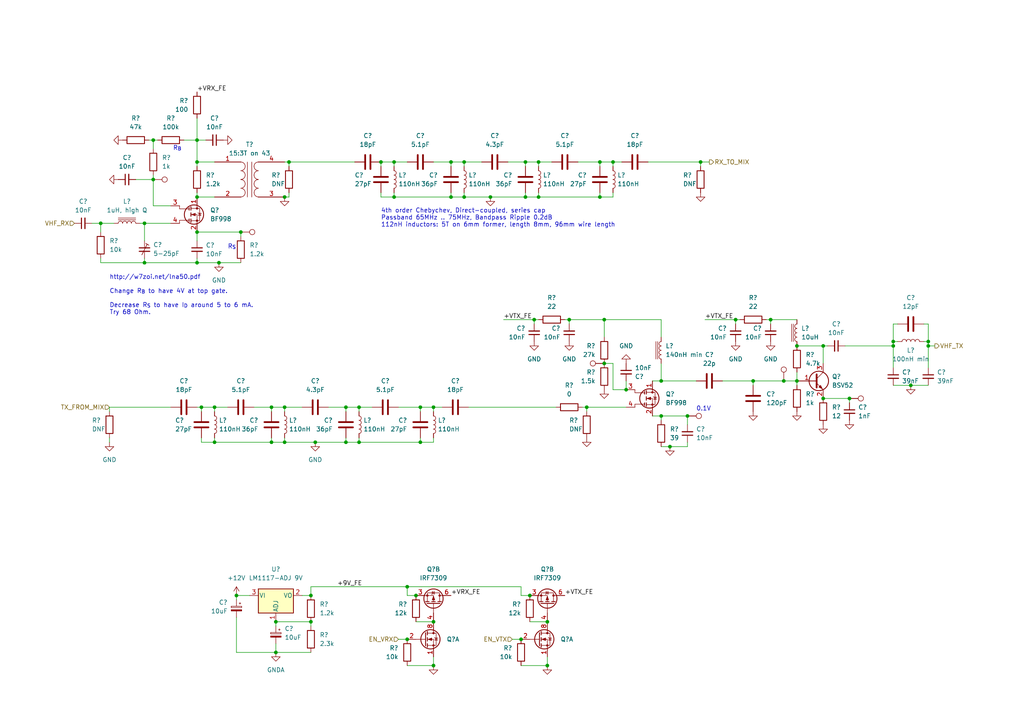
<source format=kicad_sch>
(kicad_sch (version 20211123) (generator eeschema)
  (paper "A4")
  (title_block (title "DART-70 TRX") (date "2023-01-22") (rev "0") (company "HB9EGM") (comment 1 "A 4m Band SSB/CW Transceiver"))
  (lib_symbols
    (symbol "Connector:TestPoint" (pin_numbers hide) (pin_names (offset 0.762) hide)
      (property "Reference" "TP" (at 0 6.858 0))
      (property "Value" "TestPoint" (at 0 5.08 0))
      (symbol "TestPoint_1_1"
        (pin passive line (at 0 0 90) (length 2.54) (name "1") (number "1"))
      )
    )
    (symbol "Device:C" (pin_numbers hide) (pin_names (offset 0.254))
      (property "Reference" "C" (at 0.635 2.54 0))
      (property "Value" "C" (at 0.635 -2.54 0))
      (symbol "C_1_1"
        (pin passive line (at 0 3.81 270) (length 2.794) (name "~") (number "1"))
        (pin passive line (at 0 -3.81 90) (length 2.794) (name "~") (number "2"))
      )
    )
    (symbol "Device:C_Polarized_Small" (pin_numbers hide) (pin_names (offset 0.254) hide)
      (property "Reference" "C" (at 0.254 1.778 0))
      (property "Value" "C_Polarized_Small" (at 0.254 -2.032 0))
      (symbol "C_Polarized_Small_1_1"
        (pin passive line (at 0 2.54 270) (length 1.8542) (name "~") (number "1"))
        (pin passive line (at 0 -2.54 90) (length 1.8542) (name "~") (number "2"))
      )
    )
    (symbol "Device:C_Small" (pin_numbers hide) (pin_names (offset 0.254) hide)
      (property "Reference" "C" (at 0.254 1.778 0))
      (property "Value" "C_Small" (at 0.254 -2.032 0))
      (symbol "C_Small_1_1"
        (pin passive line (at 0 2.54 270) (length 2.032) (name "~") (number "1"))
        (pin passive line (at 0 -2.54 90) (length 2.032) (name "~") (number "2"))
      )
    )
    (symbol "Device:C_Trim_Small" (pin_numbers hide) (pin_names (offset 0.254) hide)
      (property "Reference" "C" (at 1.524 -2.032 0))
      (property "Value" "C_Trim_Small" (at 3.048 -3.556 0))
      (symbol "C_Trim_Small_1_1"
        (pin passive line (at 0 2.54 270) (length 2.032) (name "~") (number "1"))
        (pin passive line (at 0 -2.54 90) (length 2.032) (name "~") (number "2"))
      )
    )
    (symbol "Device:L" (pin_numbers hide) (pin_names (offset 1.016) hide)
      (property "Reference" "L" (at -1.27 0 90))
      (property "Value" "L" (at 1.905 0 90))
      (symbol "L_1_1"
        (pin passive line (at 0 3.81 270) (length 1.27) (name "1") (number "1"))
        (pin passive line (at 0 -3.81 90) (length 1.27) (name "2") (number "2"))
      )
    )
    (symbol "Device:L_Iron" (pin_numbers hide) (pin_names (offset 1.016) hide)
      (property "Reference" "L" (at -1.27 0 90))
      (property "Value" "L_Iron" (at 2.794 0 90))
      (symbol "L_Iron_1_1"
        (pin passive line (at 0 3.81 270) (length 1.27) (name "1") (number "1"))
        (pin passive line (at 0 -3.81 90) (length 1.27) (name "2") (number "2"))
      )
    )
    (symbol "Device:R" (pin_numbers hide) (pin_names (offset 0))
      (property "Reference" "R" (at 2.032 0 90))
      (property "Value" "R" (at 0 0 90))
      (symbol "R_1_1"
        (pin passive line (at 0 3.81 270) (length 1.27) (name "~") (number "1"))
        (pin passive line (at 0 -3.81 90) (length 1.27) (name "~") (number "2"))
      )
    )
    (symbol "Device:Transformer_1P_1S" (pin_names (offset 1.016) hide)
      (property "Reference" "T" (at 0 6.35 0))
      (property "Value" "Transformer_1P_1S" (at 0 -7.62 0))
      (symbol "Transformer_1P_1S_1_1"
        (pin passive line (at -10.16 5.08 0) (length 7.62) (name "AA") (number "1"))
        (pin passive line (at -10.16 -5.08 0) (length 7.62) (name "AB") (number "2"))
        (pin passive line (at 10.16 -5.08 180) (length 7.62) (name "SA") (number "3"))
        (pin passive line (at 10.16 5.08 180) (length 7.62) (name "SB") (number "4"))
      )
    )
    (symbol "Regulator_Linear:LM1117-ADJ" (pin_names (offset 0.254))
      (property "Reference" "U" (at -3.81 3.175 0))
      (property "Value" "LM1117-ADJ" (at 0 3.175 0))
      (symbol "LM1117-ADJ_1_1"
        (pin input line (at 0 -7.62 90) (length 2.54) (name "ADJ") (number "1"))
        (pin power_out line (at 7.62 0 180) (length 2.54) (name "VO") (number "2"))
        (pin power_in line (at -7.62 0 0) (length 2.54) (name "VI") (number "3"))
      )
    )
    (symbol "Transistor_BJT:MMBT3904" (pin_names (offset 0) hide)
      (property "Reference" "Q" (at 5.08 1.905 0))
      (property "Value" "MMBT3904" (at 5.08 0 0))
      (symbol "MMBT3904_1_1"
        (pin input line (at -5.08 0 0) (length 5.715) (name "B") (number "1"))
        (pin passive line (at 2.54 -5.08 90) (length 2.54) (name "E") (number "2"))
        (pin passive line (at 2.54 5.08 270) (length 2.54) (name "C") (number "3"))
      )
    )
    (symbol "Transistor_FET:IRF7309IPBF" (pin_names hide)
      (property "Reference" "Q" (at 5.08 1.905 0))
      (property "Value" "IRF7309IPBF" (at 5.08 0 0))
      (symbol "IRF7309IPBF_1_1"
        (pin passive line (at 2.54 -5.08 90) (length 2.54) (name "S") (number "1"))
        (pin input line (at -5.08 0 0) (length 2.54) (name "G") (number "2"))
        (pin passive line (at 2.54 5.08 270) (length 2.54) hide (name "D") (number "7"))
        (pin passive line (at 2.54 5.08 270) (length 2.54) (name "D") (number "8"))
      )
      (symbol "IRF7309IPBF_2_1"
        (pin passive line (at 2.54 -5.08 90) (length 2.54) (name "1") (number "3"))
        (pin input line (at -5.08 0 0) (length 2.54) (name "G") (number "4"))
        (pin passive line (at 2.54 5.08 270) (length 2.54) hide (name "D") (number "5"))
        (pin passive line (at 2.54 5.08 270) (length 2.54) (name "D") (number "6"))
      )
    )
    (symbol "mpb:BF998" (pin_names hide)
      (property "Reference" "Q?" (at 6.35 1.2701 0))
      (property "Value" "BF998" (at 6.35 -1.2699 0))
      (symbol "BF998_1_1"
        (pin passive line (at 2.54 5.08 270) (length 2.54) (name "D") (number "1"))
        (pin passive line (at 2.54 -5.08 90) (length 2.54) (name "S") (number "2"))
        (pin passive line (at -5.08 2.54 0) (length 2.54) (name "G1") (number "3"))
        (pin passive line (at -5.08 -2.54 0) (length 2.54) (name "G2") (number "4"))
      )
    )
    (symbol "power:+12V" (power) (pin_names (offset 0))
      (property "Value" "+12V" (at 0 3.556 0))
      (symbol "+12V_1_1"
        (pin power_in line (at 0 0 90) (length 0) hide (name "+12V") (number "1"))
      )
    )
    (symbol "power:GND" (power) (pin_names (offset 0))
      (property "Value" "GND" (at 0 -3.81 0))
      (symbol "GND_1_1"
        (pin power_in line (at 0 0 270) (length 0) hide (name "GND") (number "1"))
      )
    )
    (symbol "power:GNDA" (power) (pin_names (offset 0))
      (property "Value" "GNDA" (at 0 -3.81 0))
      (symbol "GNDA_1_1"
        (pin power_in line (at 0 0 270) (length 0) hide (name "GNDA") (number "1"))
      )
    )
  )
  (junction (at 259.08 99.06))
  (junction (at 90.17 172.72))
  (junction (at 264.16 111.76))
  (junction (at 121.92 128.27))
  (junction (at 191.77 110.49))
  (junction (at 104.14 118.11))
  (junction (at 120.65 172.72))
  (junction (at 154.94 92.71))
  (junction (at 173.99 57.15))
  (junction (at 80.01 180.34))
  (junction (at 181.61 113.03))
  (junction (at 269.24 99.06))
  (junction (at 134.62 46.99))
  (junction (at 114.3 46.99))
  (junction (at 44.45 40.64))
  (junction (at 156.21 46.99))
  (junction (at 69.85 67.31))
  (junction (at 142.24 57.15))
  (junction (at 130.81 46.99))
  (junction (at 63.5 76.2))
  (junction (at 57.15 76.2))
  (junction (at 57.15 46.99))
  (junction (at 191.77 120.65))
  (junction (at 203.2 46.99))
  (junction (at 78.74 128.27))
  (junction (at 62.23 128.27))
  (junction (at 118.11 185.42))
  (junction (at 238.76 115.57))
  (junction (at 57.15 67.31))
  (junction (at 259.08 100.33))
  (junction (at 152.4 57.15))
  (junction (at 82.55 128.27))
  (junction (at 41.91 64.77))
  (junction (at 151.13 185.42))
  (junction (at 199.39 120.65))
  (junction (at 246.38 115.57))
  (junction (at 227.33 110.49))
  (junction (at 90.17 180.34))
  (junction (at 173.99 46.99))
  (junction (at 213.36 92.71))
  (junction (at 125.73 193.04))
  (junction (at 100.33 118.11))
  (junction (at 165.1 92.71))
  (junction (at 269.24 100.33))
  (junction (at 29.21 64.77))
  (junction (at 82.55 118.11))
  (junction (at 170.18 118.11))
  (junction (at 78.74 118.11))
  (junction (at 100.33 128.27))
  (junction (at 91.44 128.27))
  (junction (at 231.14 110.49))
  (junction (at 218.44 110.49))
  (junction (at 44.45 52.07))
  (junction (at 57.15 57.15))
  (junction (at 134.62 57.15))
  (junction (at 152.4 46.99))
  (junction (at 231.14 100.33))
  (junction (at 223.52 92.71))
  (junction (at 80.01 189.23))
  (junction (at 177.8 46.99))
  (junction (at 130.81 57.15))
  (junction (at 175.26 92.71))
  (junction (at 125.73 118.11))
  (junction (at 41.91 76.2))
  (junction (at 194.31 129.54))
  (junction (at 114.3 57.15))
  (junction (at 156.21 57.15))
  (junction (at 82.55 57.15))
  (junction (at 83.82 46.99))
  (junction (at 68.58 172.72))
  (junction (at 110.49 46.99))
  (junction (at 118.11 170.18))
  (junction (at 57.15 40.64))
  (junction (at 125.73 180.34))
  (junction (at 121.92 118.11))
  (junction (at 158.75 180.34))
  (junction (at 238.76 100.33))
  (junction (at 62.23 118.11))
  (junction (at 158.75 193.04))
  (junction (at 104.14 128.27))
  (junction (at 58.42 118.11))
  (junction (at 153.67 172.72))
  (junction (at 175.26 105.41))
  (wire (pts (xy 114.3 46.99) (xy 114.3 48.26)))
  (wire (pts (xy 62.23 57.15) (xy 57.15 57.15)))
  (wire (pts (xy 152.4 57.15) (xy 152.4 55.88)))
  (wire (pts (xy 121.92 119.38) (xy 121.92 118.11)))
  (wire (pts (xy 151.13 170.18) (xy 151.13 172.72)))
  (wire (pts (xy 125.73 128.27) (xy 125.73 127)))
  (wire (pts (xy 213.36 93.98) (xy 213.36 92.71)))
  (wire (pts (xy 31.75 127) (xy 31.75 128.27)))
  (wire (pts (xy 154.94 93.98) (xy 154.94 92.71)))
  (wire (pts (xy 58.42 119.38) (xy 58.42 118.11)))
  (wire (pts (xy 68.58 172.72) (xy 68.58 173.99)))
  (wire (pts (xy 238.76 100.33) (xy 240.03 100.33)))
  (wire (pts (xy 246.38 115.57) (xy 238.76 115.57)))
  (wire (pts (xy 72.39 172.72) (xy 68.58 172.72)))
  (wire (pts (xy 82.55 119.38) (xy 82.55 118.11)))
  (wire (pts (xy 218.44 110.49) (xy 218.44 111.76)))
  (wire (pts (xy 259.08 99.06) (xy 259.08 100.33)))
  (wire (pts (xy 57.15 118.11) (xy 58.42 118.11)))
  (wire (pts (xy 31.75 118.11) (xy 49.53 118.11)))
  (wire (pts (xy 63.5 76.2) (xy 57.15 76.2)))
  (wire (pts (xy 156.21 57.15) (xy 173.99 57.15)))
  (wire (pts (xy 125.73 193.04) (xy 118.11 193.04)))
  (wire (pts (xy 118.11 172.72) (xy 120.65 172.72)))
  (wire (pts (xy 246.38 116.84) (xy 246.38 115.57)))
  (wire (pts (xy 68.58 189.23) (xy 80.01 189.23)))
  (wire (pts (xy 177.8 105.41) (xy 177.8 113.03)))
  (wire (pts (xy 82.55 128.27) (xy 82.55 127)))
  (wire (pts (xy 40.64 64.77) (xy 41.91 64.77)))
  (wire (pts (xy 152.4 46.99) (xy 156.21 46.99)))
  (wire (pts (xy 259.08 93.98) (xy 260.35 93.98)))
  (wire (pts (xy 57.15 57.15) (xy 57.15 55.88)))
  (wire (pts (xy 130.81 57.15) (xy 130.81 55.88)))
  (wire (pts (xy 125.73 46.99) (xy 130.81 46.99)))
  (wire (pts (xy 259.08 99.06) (xy 260.35 99.06)))
  (wire (pts (xy 191.77 120.65) (xy 189.23 120.65)))
  (wire (pts (xy 173.99 57.15) (xy 173.99 55.88)))
  (wire (pts (xy 90.17 170.18) (xy 90.17 172.72)))
  (wire (pts (xy 31.75 119.38) (xy 31.75 118.11)))
  (wire (pts (xy 104.14 128.27) (xy 104.14 127)))
  (wire (pts (xy 231.14 107.95) (xy 231.14 110.49)))
  (wire (pts (xy 269.24 99.06) (xy 267.97 99.06)))
  (wire (pts (xy 57.15 67.31) (xy 57.15 69.85)))
  (wire (pts (xy 173.99 46.99) (xy 177.8 46.99)))
  (wire (pts (xy 177.8 113.03) (xy 181.61 113.03)))
  (wire (pts (xy 83.82 55.88) (xy 83.82 57.15)))
  (wire (pts (xy 115.57 185.42) (xy 118.11 185.42)))
  (wire (pts (xy 175.26 92.71) (xy 191.77 92.71)))
  (wire (pts (xy 100.33 128.27) (xy 100.33 127)))
  (wire (pts (xy 82.55 128.27) (xy 78.74 128.27)))
  (wire (pts (xy 114.3 46.99) (xy 118.11 46.99)))
  (wire (pts (xy 142.24 57.15) (xy 152.4 57.15)))
  (wire (pts (xy 58.42 118.11) (xy 62.23 118.11)))
  (wire (pts (xy 29.21 76.2) (xy 41.91 76.2)))
  (wire (pts (xy 43.18 40.64) (xy 44.45 40.64)))
  (wire (pts (xy 118.11 170.18) (xy 90.17 170.18)))
  (wire (pts (xy 191.77 110.49) (xy 201.93 110.49)))
  (wire (pts (xy 73.66 118.11) (xy 78.74 118.11)))
  (wire (pts (xy 78.74 118.11) (xy 82.55 118.11)))
  (wire (pts (xy 121.92 118.11) (xy 125.73 118.11)))
  (wire (pts (xy 114.3 57.15) (xy 130.81 57.15)))
  (wire (pts (xy 269.24 99.06) (xy 269.24 100.33)))
  (wire (pts (xy 118.11 170.18) (xy 118.11 172.72)))
  (wire (pts (xy 134.62 48.26) (xy 134.62 46.99)))
  (wire (pts (xy 199.39 128.27) (xy 199.39 129.54)))
  (wire (pts (xy 199.39 129.54) (xy 194.31 129.54)))
  (wire (pts (xy 167.64 46.99) (xy 173.99 46.99)))
  (wire (pts (xy 269.24 93.98) (xy 269.24 99.06)))
  (wire (pts (xy 173.99 48.26) (xy 173.99 46.99)))
  (wire (pts (xy 213.36 92.71) (xy 214.63 92.71)))
  (wire (pts (xy 222.25 92.71) (xy 223.52 92.71)))
  (wire (pts (xy 78.74 128.27) (xy 78.74 127)))
  (wire (pts (xy 115.57 118.11) (xy 121.92 118.11)))
  (wire (pts (xy 173.99 57.15) (xy 177.8 57.15)))
  (wire (pts (xy 41.91 76.2) (xy 57.15 76.2)))
  (wire (pts (xy 269.24 93.98) (xy 267.97 93.98)))
  (wire (pts (xy 57.15 76.2) (xy 57.15 74.93)))
  (wire (pts (xy 57.15 40.64) (xy 57.15 34.29)))
  (wire (pts (xy 83.82 57.15) (xy 82.55 57.15)))
  (wire (pts (xy 203.2 46.99) (xy 205.74 46.99)))
  (wire (pts (xy 57.15 48.26) (xy 57.15 46.99)))
  (wire (pts (xy 154.94 92.71) (xy 156.21 92.71)))
  (wire (pts (xy 191.77 129.54) (xy 194.31 129.54)))
  (wire (pts (xy 134.62 57.15) (xy 130.81 57.15)))
  (wire (pts (xy 100.33 119.38) (xy 100.33 118.11)))
  (wire (pts (xy 156.21 46.99) (xy 160.02 46.99)))
  (wire (pts (xy 80.01 186.69) (xy 80.01 189.23)))
  (wire (pts (xy 130.81 48.26) (xy 130.81 46.99)))
  (wire (pts (xy 58.42 128.27) (xy 58.42 127)))
  (wire (pts (xy 135.89 118.11) (xy 161.29 118.11)))
  (wire (pts (xy 62.23 46.99) (xy 57.15 46.99)))
  (wire (pts (xy 104.14 119.38) (xy 104.14 118.11)))
  (wire (pts (xy 82.55 46.99) (xy 83.82 46.99)))
  (wire (pts (xy 58.42 128.27) (xy 62.23 128.27)))
  (wire (pts (xy 165.1 93.98) (xy 165.1 92.71)))
  (wire (pts (xy 83.82 46.99) (xy 102.87 46.99)))
  (wire (pts (xy 130.81 46.99) (xy 134.62 46.99)))
  (wire (pts (xy 153.67 180.34) (xy 158.75 180.34)))
  (wire (pts (xy 69.85 76.2) (xy 63.5 76.2)))
  (wire (pts (xy 62.23 118.11) (xy 62.23 119.38)))
  (wire (pts (xy 44.45 40.64) (xy 44.45 43.18)))
  (wire (pts (xy 69.85 68.58) (xy 69.85 67.31)))
  (wire (pts (xy 134.62 46.99) (xy 139.7 46.99)))
  (wire (pts (xy 125.73 119.38) (xy 125.73 118.11)))
  (wire (pts (xy 29.21 74.93) (xy 29.21 76.2)))
  (wire (pts (xy 62.23 128.27) (xy 62.23 127)))
  (wire (pts (xy 151.13 172.72) (xy 153.67 172.72)))
  (wire (pts (xy 110.49 57.15) (xy 114.3 57.15)))
  (wire (pts (xy 177.8 48.26) (xy 177.8 46.99)))
  (wire (pts (xy 83.82 48.26) (xy 83.82 46.99)))
  (wire (pts (xy 110.49 46.99) (xy 114.3 46.99)))
  (wire (pts (xy 203.2 48.26) (xy 203.2 46.99)))
  (wire (pts (xy 156.21 48.26) (xy 156.21 46.99)))
  (wire (pts (xy 104.14 128.27) (xy 121.92 128.27)))
  (wire (pts (xy 41.91 64.77) (xy 49.53 64.77)))
  (wire (pts (xy 223.52 93.98) (xy 223.52 92.71)))
  (wire (pts (xy 269.24 100.33) (xy 271.145 100.33)))
  (wire (pts (xy 87.63 172.72) (xy 90.17 172.72)))
  (wire (pts (xy 110.49 48.26) (xy 110.49 46.99)))
  (wire (pts (xy 41.91 69.85) (xy 41.91 64.77)))
  (wire (pts (xy 191.77 120.65) (xy 191.77 121.92)))
  (wire (pts (xy 90.17 180.34) (xy 90.17 181.61)))
  (wire (pts (xy 134.62 57.15) (xy 142.24 57.15)))
  (wire (pts (xy 39.37 52.07) (xy 44.45 52.07)))
  (wire (pts (xy 269.24 100.33) (xy 269.24 106.68)))
  (wire (pts (xy 177.8 46.99) (xy 180.34 46.99)))
  (wire (pts (xy 29.21 67.31) (xy 29.21 64.77)))
  (wire (pts (xy 62.23 118.11) (xy 66.04 118.11)))
  (wire (pts (xy 165.1 92.71) (xy 175.26 92.71)))
  (wire (pts (xy 91.44 128.27) (xy 100.33 128.27)))
  (wire (pts (xy 148.59 185.42) (xy 151.13 185.42)))
  (wire (pts (xy 168.91 118.11) (xy 170.18 118.11)))
  (wire (pts (xy 44.45 50.8) (xy 44.45 52.07)))
  (wire (pts (xy 177.8 57.15) (xy 177.8 55.88)))
  (wire (pts (xy 121.92 128.27) (xy 125.73 128.27)))
  (wire (pts (xy 100.33 118.11) (xy 104.14 118.11)))
  (wire (pts (xy 45.72 40.64) (xy 44.45 40.64)))
  (wire (pts (xy 238.76 105.41) (xy 238.76 100.33)))
  (wire (pts (xy 158.75 190.5) (xy 158.75 193.04)))
  (wire (pts (xy 95.25 118.11) (xy 100.33 118.11)))
  (wire (pts (xy 175.26 97.79) (xy 175.26 92.71)))
  (wire (pts (xy 134.62 57.15) (xy 134.62 55.88)))
  (wire (pts (xy 259.08 93.98) (xy 259.08 99.06)))
  (wire (pts (xy 209.55 110.49) (xy 218.44 110.49)))
  (wire (pts (xy 152.4 48.26) (xy 152.4 46.99)))
  (wire (pts (xy 264.16 111.76) (xy 269.24 111.76)))
  (wire (pts (xy 80.01 180.34) (xy 80.01 181.61)))
  (wire (pts (xy 191.77 97.79) (xy 191.77 92.71)))
  (wire (pts (xy 120.65 180.34) (xy 125.73 180.34)))
  (wire (pts (xy 231.14 110.49) (xy 231.14 111.76)))
  (wire (pts (xy 104.14 118.11) (xy 107.95 118.11)))
  (wire (pts (xy 170.18 119.38) (xy 170.18 118.11)))
  (wire (pts (xy 121.92 128.27) (xy 121.92 127)))
  (wire (pts (xy 125.73 118.11) (xy 128.27 118.11)))
  (wire (pts (xy 82.55 118.11) (xy 87.63 118.11)))
  (wire (pts (xy 114.3 57.15) (xy 114.3 55.88)))
  (wire (pts (xy 227.33 110.49) (xy 231.14 110.49)))
  (wire (pts (xy 181.61 113.03) (xy 181.61 110.49)))
  (wire (pts (xy 69.85 67.31) (xy 57.15 67.31)))
  (wire (pts (xy 259.08 111.76) (xy 264.16 111.76)))
  (wire (pts (xy 68.58 179.07) (xy 68.58 189.23)))
  (wire (pts (xy 151.13 170.18) (xy 118.11 170.18)))
  (wire (pts (xy 147.32 46.99) (xy 152.4 46.99)))
  (wire (pts (xy 156.21 57.15) (xy 156.21 55.88)))
  (wire (pts (xy 245.11 100.33) (xy 259.08 100.33)))
  (wire (pts (xy 199.39 123.19) (xy 199.39 120.65)))
  (wire (pts (xy 191.77 105.41) (xy 191.77 110.49)))
  (wire (pts (xy 189.23 110.49) (xy 191.77 110.49)))
  (wire (pts (xy 218.44 110.49) (xy 227.33 110.49)))
  (wire (pts (xy 238.76 100.33) (xy 231.14 100.33)))
  (wire (pts (xy 78.74 119.38) (xy 78.74 118.11)))
  (wire (pts (xy 187.96 46.99) (xy 203.2 46.99)))
  (wire (pts (xy 175.26 105.41) (xy 177.8 105.41)))
  (wire (pts (xy 57.15 40.64) (xy 59.69 40.64)))
  (wire (pts (xy 53.34 40.64) (xy 57.15 40.64)))
  (wire (pts (xy 204.47 92.71) (xy 213.36 92.71)))
  (wire (pts (xy 110.49 57.15) (xy 110.49 55.88)))
  (wire (pts (xy 44.45 59.69) (xy 49.53 59.69)))
  (wire (pts (xy 163.83 92.71) (xy 165.1 92.71)))
  (wire (pts (xy 26.67 64.77) (xy 29.21 64.77)))
  (wire (pts (xy 158.75 193.04) (xy 151.13 193.04)))
  (wire (pts (xy 44.45 52.07) (xy 44.45 59.69)))
  (wire (pts (xy 152.4 57.15) (xy 156.21 57.15)))
  (wire (pts (xy 170.18 118.11) (xy 181.61 118.11)))
  (wire (pts (xy 41.91 74.93) (xy 41.91 76.2)))
  (wire (pts (xy 80.01 189.23) (xy 90.17 189.23)))
  (wire (pts (xy 100.33 128.27) (xy 104.14 128.27)))
  (wire (pts (xy 62.23 128.27) (xy 78.74 128.27)))
  (wire (pts (xy 29.21 64.77) (xy 33.02 64.77)))
  (wire (pts (xy 223.52 92.71) (xy 231.14 92.71)))
  (wire (pts (xy 57.15 46.99) (xy 57.15 40.64)))
  (wire (pts (xy 199.39 120.65) (xy 191.77 120.65)))
  (wire (pts (xy 80.01 180.34) (xy 90.17 180.34)))
  (wire (pts (xy 259.08 100.33) (xy 259.08 106.68)))
  (wire (pts (xy 146.05 92.71) (xy 154.94 92.71)))
  (wire (pts (xy 82.55 128.27) (xy 91.44 128.27)))
  (wire (pts (xy 125.73 190.5) (xy 125.73 193.04)))
  (text "R_{B}" (at 50.165 43.815 0) (effects (font (size 1.27 1.27)) (justify left bottom)))
  (text "R_{S}" (at 66.04 72.39 0) (effects (font (size 1.27 1.27)) (justify left bottom)))
  (text "TODO\nfind bias point for BSV52" (at 41.91 -8.89 0) (effects (font (size 3 3)) (justify left bottom)))
  (text "http://w7zoi.net/lna50.pdf\n\nChange R_{B} to have 4V at top gate.\n\nDecrease R_{S} to have I_{D} around 5 to 6 mA.\nTry 68 Ohm." (at 31.75 91.44 0) (effects (font (size 1.27 1.27)) (justify left bottom)))
  (text "4th order Chebychev, Direct-coupled, series cap\nPassband 65MHz .. 75MHz, Bandpass Ripple 0.2dB\n112nH inductors: 5T on 6mm former, length 8mm, 96mm wire length" (at 110.49 66.04 0) (effects (font (size 1.27 1.27)) (justify left bottom)))
  (text "0.1V" (at 201.93 119.38 0) (effects (font (size 1.27 1.27)) (justify left bottom)))
  (label "+VTX_FE" (at 163.83 172.72 0))
  (label "+VRX_FE" (at 57.15 26.67 0))
  (label "+VTX_FE" (at 146.05 92.71 0))
  (label "+VTX_FE" (at 204.47 92.71 0))
  (label "+VRX_FE" (at 130.81 172.72 0))
  (label "+9V_FE" (at 97.79 170.18 0))
  (hierarchical_label "EN_VTX" (shape input) (at 148.59 185.42 180))
  (hierarchical_label "VHF_RX" (shape input) (at 21.59 64.77 180))
  (hierarchical_label "EN_VRX" (shape input) (at 115.57 185.42 180))
  (hierarchical_label "VHF_TX" (shape output) (at 271.145 100.33 0))
  (hierarchical_label "TX_FROM_MIX" (shape input) (at 31.75 118.11 180))
  (hierarchical_label "RX_TO_MIX" (shape output) (at 205.74 46.99 0))
  (symbol (lib_id "Device:C_Small") (at 36.83 52.07 90) (unit 1)
    (property "Reference" "C?" (at 36.8363 45.72 90))
    (property "Value" "10nF" (at 36.8363 48.26 90))
  )
  (symbol (lib_id "Device:R") (at 90.17 185.42 0) (mirror y) (unit 1)
    (property "Reference" "R?" (at 92.71 184.1499 0) (effects (justify right)))
    (property "Value" "2.3k" (at 92.71 186.6899 0) (effects (justify right)))
    (property "Footprint" "Resistor_SMD:R_0603_1608Metric_Pad1.05x0.95mm_HandSolder" (effects hide))
  )
  (symbol (lib_id "Device:R") (at 231.14 104.14 0) (mirror y) (unit 1)
    (property "Reference" "R?" (at 233.68 102.8699 0) (effects (justify right)))
    (property "Value" "4.7k" (at 233.68 105.4099 0) (effects (justify right)))
  )
  (symbol (lib_id "Device:C_Small") (at 223.52 96.52 0) (mirror x) (unit 1)
    (property "Reference" "C?" (at 220.98 95.2435 0) (effects (justify right)))
    (property "Value" "10nF" (at 220.98 97.7835 0) (effects (justify right)))
  )
  (symbol (lib_id "Device:C_Small") (at 269.24 109.22 0) (mirror y) (unit 1)
    (property "Reference" "C?" (at 271.78 107.9562 0) (effects (justify right)))
    (property "Value" "39nF" (at 271.78 110.4962 0) (effects (justify right)))
  )
  (symbol (lib_id "Device:C") (at 106.68 46.99 90) (unit 1)
    (property "Reference" "C?" (at 106.68 39.37 90))
    (property "Value" "18pF" (at 106.68 41.91 90))
    (property "Footprint" "Capacitor_SMD:C_0603_1608Metric_Pad1.05x0.95mm_HandSolder" (effects hide))
    (property "MPN" "CBR" (effects hide))
    (property "Need_order" "0" (effects hide))
  )
  (symbol (lib_id "Connector:TestPoint") (at 199.39 120.65 270) (unit 1)
    (property "Reference" "TP?" (effects hide))
    (property "Value" "VG" (effects hide))
    (property "Footprint" "TestPoint:TestPoint_Pad_D2.0mm" (effects hide))
  )
  (symbol (lib_id "Device:C") (at 100.33 123.19 180) (unit 1)
    (property "Reference" "C?" (at 96.52 121.9199 0) (effects (justify left)))
    (property "Value" "36pF" (at 96.52 124.4599 0) (effects (justify left)))
    (property "Footprint" "Capacitor_SMD:C_0603_1608Metric_Pad1.05x0.95mm_HandSolder" (effects hide))
    (property "MPN" "CBR" (effects hide))
    (property "Need_order" "0" (effects hide))
  )
  (symbol (lib_id "Device:R") (at 118.11 189.23 180) (unit 1)
    (property "Reference" "R?" (at 115.57 187.9599 0) (effects (justify left)))
    (property "Value" "10k" (at 115.57 190.4999 0) (effects (justify left)))
    (property "Footprint" "Resistor_SMD:R_0603_1608Metric_Pad1.05x0.95mm_HandSolder" (effects hide))
  )
  (symbol (lib_id "Device:C") (at 205.74 110.49 90) (unit 1)
    (property "Reference" "C?" (at 205.74 102.87 90))
    (property "Value" "22p" (at 205.74 105.41 90))
    (property "Footprint" "Capacitor_SMD:C_0603_1608Metric_Pad1.05x0.95mm_HandSolder" (effects hide))
    (property "MPN" "CBR" (effects hide))
    (property "Need_order" "0" (effects hide))
  )
  (symbol (lib_id "power:GND") (at 154.94 99.06 0) (mirror y) (unit 1)
    (property "Reference" "#PWR?" (effects hide))
    (property "Value" "GND" (at 154.94 104.14 0))
  )
  (symbol (lib_id "power:GNDA") (at 158.75 193.04 0) (unit 1)
    (property "Reference" "#PWR?" (effects hide))
    (property "Value" "GNDA" (effects hide))
  )
  (symbol (lib_id "Device:C") (at 173.99 52.07 180) (unit 1)
    (property "Reference" "C?" (at 170.18 50.7999 0) (effects (justify left)))
    (property "Value" "27pF" (at 170.18 53.3399 0) (effects (justify left)))
    (property "Footprint" "Capacitor_SMD:C_0603_1608Metric_Pad1.05x0.95mm_HandSolder" (effects hide))
    (property "MPN" "CBR" (effects hide))
    (property "Need_order" "0" (effects hide))
  )
  (symbol (lib_id "power:GND") (at 238.76 123.19 0) (unit 1)
    (property "Reference" "#PWR?" (effects hide))
    (property "Value" "GND" (effects hide))
  )
  (symbol (lib_id "Device:R") (at 175.26 101.6 0) (mirror x) (unit 1)
    (property "Reference" "R?" (at 172.72 100.3299 0) (effects (justify right)))
    (property "Value" "27k" (at 172.72 102.8699 0) (effects (justify right)))
  )
  (symbol (lib_id "Device:R") (at 44.45 46.99 0) (unit 1)
    (property "Reference" "R?" (at 46.99 45.7199 0) (effects (justify left)))
    (property "Value" "1k" (at 46.99 48.2599 0) (effects (justify left)))
  )
  (symbol (lib_id "Connector:TestPoint") (at 227.33 110.49 0) (unit 1)
    (property "Reference" "TP?" (effects hide))
    (property "Value" "VG" (effects hide))
    (property "Footprint" "TestPoint:TestPoint_Pad_D2.0mm" (effects hide))
  )
  (symbol (lib_id "Device:L") (at 177.8 52.07 0) (unit 1)
    (property "Reference" "L?" (at 179.07 50.7999 0) (effects (justify left)))
    (property "Value" "110nH" (at 179.07 53.3399 0) (effects (justify left)))
    (property "Footprint" "mpb:AirCoil-8mm" (effects hide))
    (property "Need_order" "0" (effects hide))
  )
  (symbol (lib_id "power:GND") (at 82.55 57.15 0) (unit 1)
    (property "Reference" "#PWR?" (effects hide))
    (property "Value" "GND" (effects hide))
  )
  (symbol (lib_id "Device:C") (at 111.76 118.11 270) (unit 1)
    (property "Reference" "C?" (at 111.76 110.49 90))
    (property "Value" "5.1pF" (at 111.76 113.03 90))
    (property "Footprint" "Capacitor_SMD:C_0603_1608Metric_Pad1.05x0.95mm_HandSolder" (effects hide))
    (property "MPN" "CBR" (effects hide))
    (property "Need_order" "0" (effects hide))
  )
  (symbol (lib_id "Device:C_Small") (at 181.61 107.95 0) (mirror y) (unit 1)
    (property "Reference" "C?" (at 184.15 109.2265 0) (effects (justify right)))
    (property "Value" "10nF" (at 184.15 106.6865 0) (effects (justify right)))
  )
  (symbol (lib_id "Connector:TestPoint") (at 246.38 115.57 270) (unit 1)
    (property "Reference" "TP?" (effects hide))
    (property "Value" "VG" (effects hide))
    (property "Footprint" "TestPoint:TestPoint_Pad_D2.0mm" (effects hide))
  )
  (symbol (lib_id "Device:C") (at 121.92 46.99 90) (unit 1)
    (property "Reference" "C?" (at 121.92 39.37 90))
    (property "Value" "5.1pF" (at 121.92 41.91 90))
    (property "Footprint" "Capacitor_SMD:C_0603_1608Metric_Pad1.05x0.95mm_HandSolder" (effects hide))
    (property "MPN" "CBR" (effects hide))
    (property "Need_order" "0" (effects hide))
  )
  (symbol (lib_id "Device:R") (at 231.14 115.57 0) (mirror y) (unit 1)
    (property "Reference" "R?" (at 233.68 114.2999 0) (effects (justify right)))
    (property "Value" "1k" (at 233.68 116.8399 0) (effects (justify right)))
  )
  (symbol (lib_id "Connector:TestPoint") (at 69.85 67.31 270) (unit 1)
    (property "Reference" "TP?" (effects hide))
    (property "Value" "VG" (effects hide))
    (property "Footprint" "TestPoint:TestPoint_Pad_D2.0mm" (effects hide))
  )
  (symbol (lib_id "Device:C") (at 264.16 93.98 90) (unit 1)
    (property "Reference" "C?" (at 264.16 86.36 90))
    (property "Value" "12pF" (at 264.16 88.9 90))
    (property "Footprint" "Capacitor_SMD:C_0603_1608Metric_Pad1.05x0.95mm_HandSolder" (effects hide))
    (property "MPN" "CBR" (effects hide))
    (property "Need_order" "0" (effects hide))
  )
  (symbol (lib_id "Connector:TestPoint") (at 175.26 105.41 90) (unit 1)
    (property "Reference" "TP?" (effects hide))
    (property "Value" "VG" (effects hide))
    (property "Footprint" "TestPoint:TestPoint_Pad_D2.0mm" (effects hide))
  )
  (symbol (lib_id "Device:C") (at 91.44 118.11 270) (unit 1)
    (property "Reference" "C?" (at 91.44 110.49 90))
    (property "Value" "4.3pF" (at 91.44 113.03 90))
    (property "Footprint" "Capacitor_SMD:C_0603_1608Metric_Pad1.05x0.95mm_HandSolder" (effects hide))
    (property "MPN" "CBR" (effects hide))
    (property "Need_order" "0" (effects hide))
  )
  (symbol (lib_id "Device:C") (at 152.4 52.07 180) (unit 1)
    (property "Reference" "C?" (at 148.59 50.7999 0) (effects (justify left)))
    (property "Value" "36pF" (at 148.59 53.3399 0) (effects (justify left)))
    (property "Footprint" "Capacitor_SMD:C_0603_1608Metric_Pad1.05x0.95mm_HandSolder" (effects hide))
    (property "MPN" "CBR" (effects hide))
    (property "Need_order" "0" (effects hide))
  )
  (symbol (lib_id "Device:R") (at 165.1 118.11 270) (unit 1)
    (property "Reference" "R?" (at 165.1 111.76 90))
    (property "Value" "0" (at 165.1 114.3 90))
  )
  (symbol (lib_id "power:GND") (at 35.56 40.64 270) (unit 1)
    (property "Reference" "#PWR?" (effects hide))
    (property "Value" "GND" (effects hide))
  )
  (symbol (lib_id "Device:C_Small") (at 242.57 100.33 270) (mirror x) (unit 1)
    (property "Reference" "C?" (at 242.5636 93.98 90))
    (property "Value" "10nF" (at 242.5636 96.52 90))
  )
  (symbol (lib_id "power:GND") (at 203.2 55.88 0) (unit 1)
    (property "Reference" "#PWR?" (effects hide))
    (property "Value" "GND" (effects hide))
  )
  (symbol (lib_id "Transistor_FET:IRF7309IPBF") (at 158.75 175.26 270) (mirror x) (unit 2)
    (property "Reference" "Q?" (at 158.75 165.1 90))
    (property "Value" "IRF7309" (at 158.75 167.64 90))
    (property "Footprint" "Package_SO:SOIC-8_3.9x4.9mm_P1.27mm" (effects hide))
    (property "Datasheet" "http://www.irf.com/product-info/datasheets/data/irf7309ipbf.pdf" (effects hide))
    (property "MPN" "IRF7309IPBF" (effects hide))
    (property "Need_order" "1" (effects hide))
  )
  (symbol (lib_id "power:GNDA") (at 125.73 193.04 0) (unit 1)
    (property "Reference" "#PWR?" (effects hide))
    (property "Value" "GNDA" (effects hide))
  )
  (symbol (lib_id "Device:C") (at 53.34 118.11 90) (unit 1)
    (property "Reference" "C?" (at 53.34 110.49 90))
    (property "Value" "18pF" (at 53.34 113.03 90))
    (property "Footprint" "Capacitor_SMD:C_0603_1608Metric_Pad1.05x0.95mm_HandSolder" (effects hide))
    (property "MPN" "CBR" (effects hide))
    (property "Need_order" "0" (effects hide))
  )
  (symbol (lib_id "power:GND") (at 170.18 127 0) (unit 1)
    (property "Reference" "#PWR?" (effects hide))
    (property "Value" "GND" (effects hide))
  )
  (symbol (lib_id "Device:L") (at 62.23 123.19 0) (unit 1)
    (property "Reference" "L?" (at 63.5 121.9199 0) (effects (justify left)))
    (property "Value" "110nH" (at 63.5 124.4599 0) (effects (justify left)))
    (property "Footprint" "mpb:AirCoil-8mm" (effects hide))
    (property "Need_order" "0" (effects hide))
  )
  (symbol (lib_id "Device:C_Small") (at 259.08 109.22 0) (mirror y) (unit 1)
    (property "Reference" "C?" (at 261.62 107.9562 0) (effects (justify right)))
    (property "Value" "39nF" (at 261.62 110.4962 0) (effects (justify right)))
  )
  (symbol (lib_id "Transistor_FET:IRF7309IPBF") (at 156.21 185.42 0) (unit 1)
    (property "Reference" "Q?" (at 162.56 185.4199 0) (effects (justify left)))
    (property "Value" "IRF7309IPBF" (effects hide))
    (property "Footprint" "Package_SO:SOIC-8_3.9x4.9mm_P1.27mm" (effects hide))
    (property "Datasheet" "http://www.irf.com/product-info/datasheets/data/irf7309ipbf.pdf" (effects hide))
  )
  (symbol (lib_id "power:GND") (at 231.14 119.38 0) (unit 1)
    (property "Reference" "#PWR?" (effects hide))
    (property "Value" "GND" (effects hide))
  )
  (symbol (lib_id "Device:R") (at 69.85 72.39 0) (unit 1)
    (property "Reference" "R?" (at 72.39 71.1199 0) (effects (justify left)))
    (property "Value" "1.2k" (at 72.39 73.6599 0) (effects (justify left)))
  )
  (symbol (lib_id "power:GNDA") (at 80.01 189.23 0) (unit 1)
    (property "Reference" "#PWR?" (effects hide))
    (property "Value" "GNDA" (at 80.01 194.31 0))
  )
  (symbol (lib_id "Device:C") (at 184.15 46.99 90) (unit 1)
    (property "Reference" "C?" (at 184.15 39.37 90))
    (property "Value" "18pF" (at 184.15 41.91 90))
    (property "Footprint" "Capacitor_SMD:C_0603_1608Metric_Pad1.05x0.95mm_HandSolder" (effects hide))
    (property "MPN" "CBR" (effects hide))
    (property "Need_order" "0" (effects hide))
  )
  (symbol (lib_id "Device:C_Small") (at 57.15 72.39 0) (unit 1)
    (property "Reference" "C?" (at 59.69 71.1262 0) (effects (justify left)))
    (property "Value" "10nF" (at 59.69 73.6662 0) (effects (justify left)))
  )
  (symbol (lib_id "mpb:BF998") (at 186.69 115.57 0) (unit 1)
    (property "Reference" "Q?" (at 193.04 114.2999 0) (effects (justify left)))
    (property "Value" "BF998" (at 193.04 116.8399 0) (effects (justify left)))
    (property "Footprint" "Package_TO_SOT_SMD:SOT-143" (effects hide))
    (property "Datasheet" "/home/bram/Sync/Doc/Datasheet/BF998.pdf" (effects hide))
  )
  (symbol (lib_id "Transistor_BJT:MMBT3904") (at 236.22 110.49 0) (unit 1)
    (property "Reference" "Q?" (at 241.3 109.2199 0) (effects (justify left)))
    (property "Value" "BSV52" (at 241.3 111.7599 0) (effects (justify left)))
    (property "Footprint" "Package_TO_SOT_SMD:SOT-23" (effects hide))
    (property "Datasheet" "/home/bram/Sync/Doc/Datasheet/BSV52LT1_D-1803134.pdf" (effects hide))
    (property "MPN" "BSV52LT1G" (effects hide))
    (property "Need_order" "0" (effects hide))
  )
  (symbol (lib_id "Device:C") (at 110.49 52.07 180) (unit 1)
    (property "Reference" "C?" (at 102.87 50.8 0) (effects (justify right)))
    (property "Value" "27pF" (at 102.87 53.34 0) (effects (justify right)))
    (property "Footprint" "Capacitor_SMD:C_0603_1608Metric_Pad1.05x0.95mm_HandSolder" (effects hide))
    (property "MPN" "CBR" (effects hide))
    (property "Need_order" "0" (effects hide))
  )
  (symbol (lib_id "power:GND") (at 246.38 121.92 0) (unit 1)
    (property "Reference" "#PWR?" (effects hide))
    (property "Value" "GND" (effects hide))
  )
  (symbol (lib_id "power:GND") (at 175.26 113.03 0) (mirror y) (unit 1)
    (property "Reference" "#PWR?" (effects hide))
    (property "Value" "GND" (effects hide))
  )
  (symbol (lib_id "Device:C") (at 218.44 115.57 180) (unit 1)
    (property "Reference" "C?" (at 222.25 114.2999 0) (effects (justify right)))
    (property "Value" "120pF" (at 222.25 116.8399 0) (effects (justify right)))
    (property "Footprint" "Capacitor_SMD:C_0603_1608Metric_Pad1.05x0.95mm_HandSolder" (effects hide))
    (property "MPN" "CBR" (effects hide))
    (property "Need_order" "0" (effects hide))
  )
  (symbol (lib_id "Device:C_Trim_Small") (at 41.91 72.39 0) (unit 1)
    (property "Reference" "C?" (at 44.45 70.9929 0) (effects (justify left)))
    (property "Value" "5-25pF" (at 44.45 73.5329 0) (effects (justify left)))
  )
  (symbol (lib_id "Device:L") (at 125.73 123.19 0) (unit 1)
    (property "Reference" "L?" (at 127 121.9199 0) (effects (justify left)))
    (property "Value" "110nH" (at 127 124.4599 0) (effects (justify left)))
    (property "Footprint" "mpb:AirCoil-8mm" (effects hide))
    (property "Need_order" "0" (effects hide))
  )
  (symbol (lib_id "power:GND") (at 213.36 99.06 0) (mirror y) (unit 1)
    (property "Reference" "#PWR?" (effects hide))
    (property "Value" "GND" (at 213.36 104.14 0))
  )
  (symbol (lib_id "Device:R") (at 39.37 40.64 90) (unit 1)
    (property "Reference" "R?" (at 39.37 34.29 90))
    (property "Value" "47k" (at 39.37 36.83 90))
  )
  (symbol (lib_id "power:GND") (at 142.24 57.15 0) (unit 1)
    (property "Reference" "#PWR?" (effects hide))
    (property "Value" "GND" (effects hide))
  )
  (symbol (lib_id "Device:R") (at 120.65 176.53 0) (unit 1)
    (property "Reference" "R?" (at 118.11 175.2599 0) (effects (justify right)))
    (property "Value" "12k" (at 118.11 177.7999 0) (effects (justify right)))
    (property "Footprint" "Resistor_SMD:R_0603_1608Metric_Pad1.05x0.95mm_HandSolder" (effects hide))
  )
  (symbol (lib_id "Device:L") (at 264.16 99.06 90) (unit 1)
    (property "Reference" "L?" (at 264.16 101.6 90))
    (property "Value" "100nH min" (at 264.16 104.14 90))
    (property "Description" "NEOSID 00 5261 00 originally, 115nH minimum" (effects hide))
  )
  (symbol (lib_id "Device:C_Small") (at 165.1 96.52 0) (mirror x) (unit 1)
    (property "Reference" "C?" (at 162.56 95.2435 0) (effects (justify right)))
    (property "Value" "10nF" (at 162.56 97.7835 0) (effects (justify right)))
  )
  (symbol (lib_id "Device:R") (at 160.02 92.71 270) (mirror x) (unit 1)
    (property "Reference" "R?" (at 160.02 86.36 90))
    (property "Value" "22" (at 160.02 88.9 90))
  )
  (symbol (lib_id "Device:C") (at 163.83 46.99 270) (unit 1)
    (property "Reference" "C?" (at 163.83 39.37 90))
    (property "Value" "5.1pF" (at 163.83 41.91 90))
    (property "Footprint" "Capacitor_SMD:C_0603_1608Metric_Pad1.05x0.95mm_HandSolder" (effects hide))
    (property "MPN" "CBR" (effects hide))
    (property "Need_order" "0" (effects hide))
  )
  (symbol (lib_id "Connector:TestPoint") (at 44.45 52.07 270) (unit 1)
    (property "Reference" "TP?" (effects hide))
    (property "Value" "VG" (effects hide))
    (property "Footprint" "TestPoint:TestPoint_Pad_D2.0mm" (effects hide))
  )
  (symbol (lib_id "Device:Transformer_1P_1S") (at 72.39 52.07 0) (unit 1)
    (property "Reference" "T?" (at 72.4027 41.91 0))
    (property "Value" "15:3T on 43" (at 72.4027 44.45 0))
  )
  (symbol (lib_id "Device:R") (at 57.15 52.07 0) (unit 1)
    (property "Reference" "R?" (at 59.69 50.7999 0) (effects (justify left)))
    (property "Value" "1.2k" (at 59.69 53.3399 0) (effects (justify left)))
  )
  (symbol (lib_id "Device:R") (at 29.21 71.12 0) (unit 1)
    (property "Reference" "R?" (at 31.75 69.8499 0) (effects (justify left)))
    (property "Value" "10k" (at 31.75 72.3899 0) (effects (justify left)))
  )
  (symbol (lib_id "Device:L") (at 82.55 123.19 0) (unit 1)
    (property "Reference" "L?" (at 83.82 121.9199 0) (effects (justify left)))
    (property "Value" "110nH" (at 83.82 124.4599 0) (effects (justify left)))
    (property "Footprint" "mpb:AirCoil-8mm" (effects hide))
    (property "Need_order" "0" (effects hide))
  )
  (symbol (lib_id "power:GND") (at 194.31 129.54 0) (unit 1)
    (property "Reference" "#PWR?" (effects hide))
    (property "Value" "GND" (effects hide))
  )
  (symbol (lib_id "power:GND") (at 64.77 40.64 90) (unit 1)
    (property "Reference" "#PWR?" (effects hide))
    (property "Value" "GND" (effects hide))
  )
  (symbol (lib_id "Device:R") (at 175.26 109.22 0) (mirror y) (unit 1)
    (property "Reference" "R?" (at 172.72 107.9499 0) (effects (justify left)))
    (property "Value" "1.5k" (at 172.72 110.4899 0) (effects (justify left)))
  )
  (symbol (lib_id "Device:C") (at 58.42 123.19 180) (unit 1)
    (property "Reference" "C?" (at 50.8 121.92 0) (effects (justify right)))
    (property "Value" "27pF" (at 50.8 124.46 0) (effects (justify right)))
    (property "Footprint" "Capacitor_SMD:C_0603_1608Metric_Pad1.05x0.95mm_HandSolder" (effects hide))
    (property "MPN" "CBR" (effects hide))
    (property "Need_order" "0" (effects hide))
  )
  (symbol (lib_id "power:GND") (at 218.44 119.38 0) (unit 1)
    (property "Reference" "#PWR?" (effects hide))
    (property "Value" "GND" (effects hide))
  )
  (symbol (lib_id "Device:L") (at 156.21 52.07 0) (unit 1)
    (property "Reference" "L?" (at 157.48 50.7999 0) (effects (justify left)))
    (property "Value" "110nH" (at 157.48 53.3399 0) (effects (justify left)))
    (property "Footprint" "mpb:AirCoil-8mm" (effects hide))
    (property "Need_order" "0" (effects hide))
  )
  (symbol (lib_id "Device:C_Small") (at 213.36 96.52 0) (mirror x) (unit 1)
    (property "Reference" "C?" (at 210.82 95.2435 0) (effects (justify right)))
    (property "Value" "10nF" (at 210.82 97.7835 0) (effects (justify right)))
  )
  (symbol (lib_id "Device:R") (at 191.77 125.73 0) (unit 1)
    (property "Reference" "R?" (at 194.31 124.4599 0) (effects (justify left)))
    (property "Value" "39" (at 194.31 126.9999 0) (effects (justify left)))
  )
  (symbol (lib_id "Device:L") (at 114.3 52.07 0) (unit 1)
    (property "Reference" "L?" (at 115.57 50.7999 0) (effects (justify left)))
    (property "Value" "110nH" (at 115.57 53.3399 0) (effects (justify left)))
    (property "Footprint" "mpb:AirCoil-8mm" (effects hide))
    (property "Need_order" "0" (effects hide))
  )
  (symbol (lib_id "Device:C_Small") (at 199.39 125.73 180) (unit 1)
    (property "Reference" "C?" (at 201.93 124.4535 0) (effects (justify right)))
    (property "Value" "10nF" (at 201.93 126.9935 0) (effects (justify right)))
  )
  (symbol (lib_id "Transistor_FET:IRF7309IPBF") (at 123.19 185.42 0) (unit 1)
    (property "Reference" "Q?" (at 129.54 185.4199 0) (effects (justify left)))
    (property "Value" "IRF7309IPBF" (effects hide))
    (property "Footprint" "Package_SO:SOIC-8_3.9x4.9mm_P1.27mm" (effects hide))
    (property "Datasheet" "http://www.irf.com/product-info/datasheets/data/irf7309ipbf.pdf" (effects hide))
  )
  (symbol (lib_id "Device:C") (at 69.85 118.11 90) (unit 1)
    (property "Reference" "C?" (at 69.85 110.49 90))
    (property "Value" "5.1pF" (at 69.85 113.03 90))
    (property "Footprint" "Capacitor_SMD:C_0603_1608Metric_Pad1.05x0.95mm_HandSolder" (effects hide))
    (property "MPN" "CBR" (effects hide))
    (property "Need_order" "0" (effects hide))
  )
  (symbol (lib_id "Device:R") (at 153.67 176.53 0) (unit 1)
    (property "Reference" "R?" (at 151.13 175.2599 0) (effects (justify right)))
    (property "Value" "12k" (at 151.13 177.7999 0) (effects (justify right)))
    (property "Footprint" "Resistor_SMD:R_0603_1608Metric_Pad1.05x0.95mm_HandSolder" (effects hide))
  )
  (symbol (lib_id "Device:L") (at 134.62 52.07 0) (unit 1)
    (property "Reference" "L?" (at 135.89 50.7999 0) (effects (justify left)))
    (property "Value" "110nH" (at 135.89 53.3399 0) (effects (justify left)))
    (property "Footprint" "mpb:AirCoil-8mm" (effects hide))
    (property "Need_order" "0" (effects hide))
  )
  (symbol (lib_id "Device:C") (at 121.92 123.19 180) (unit 1)
    (property "Reference" "C?" (at 118.11 121.9199 0) (effects (justify left)))
    (property "Value" "27pF" (at 118.11 124.4599 0) (effects (justify left)))
    (property "Footprint" "Capacitor_SMD:C_0603_1608Metric_Pad1.05x0.95mm_HandSolder" (effects hide))
    (property "MPN" "CBR" (effects hide))
    (property "Need_order" "0" (effects hide))
  )
  (symbol (lib_id "Device:R") (at 31.75 123.19 180) (unit 1)
    (property "Reference" "R?" (at 26.67 121.92 0) (effects (justify right)))
    (property "Value" "DNF" (at 26.67 124.46 0) (effects (justify right)))
  )
  (symbol (lib_id "Device:C") (at 132.08 118.11 90) (unit 1)
    (property "Reference" "C?" (at 132.08 110.49 90))
    (property "Value" "18pF" (at 132.08 113.03 90))
    (property "Footprint" "Capacitor_SMD:C_0603_1608Metric_Pad1.05x0.95mm_HandSolder" (effects hide))
    (property "MPN" "CBR" (effects hide))
    (property "Need_order" "0" (effects hide))
  )
  (symbol (lib_id "Device:R") (at 83.82 52.07 180) (unit 1)
    (property "Reference" "R?" (at 78.74 50.8 0) (effects (justify right)))
    (property "Value" "DNF" (at 78.74 53.34 0) (effects (justify right)))
  )
  (symbol (lib_id "power:GND") (at 223.52 99.06 0) (mirror y) (unit 1)
    (property "Reference" "#PWR?" (effects hide))
    (property "Value" "GND" (at 223.52 104.14 0))
  )
  (symbol (lib_id "Device:C_Small") (at 62.23 40.64 270) (unit 1)
    (property "Reference" "C?" (at 62.2236 34.29 90))
    (property "Value" "10nF" (at 62.2236 36.83 90))
  )
  (symbol (lib_id "power:GND") (at 91.44 128.27 0) (unit 1)
    (property "Reference" "#PWR?" (effects hide))
    (property "Value" "GND" (at 91.44 133.35 0))
  )
  (symbol (lib_id "Device:R") (at 90.17 176.53 0) (mirror y) (unit 1)
    (property "Reference" "R?" (at 92.71 175.2599 0) (effects (justify right)))
    (property "Value" "1.2k" (at 92.71 177.7999 0) (effects (justify right)))
    (property "Footprint" "Resistor_SMD:R_0603_1608Metric_Pad1.05x0.95mm_HandSolder" (effects hide))
  )
  (symbol (lib_id "Device:L_Iron") (at 231.14 96.52 180) (unit 1)
    (property "Reference" "L?" (at 232.41 95.2499 0) (effects (justify right)))
    (property "Value" "10uH" (at 232.41 97.7899 0) (effects (justify right)))
    (property "Description" "NEOSID 00 5231 03 originally, 135nH minimum" (effects hide))
  )
  (symbol (lib_id "power:GND") (at 181.61 105.41 0) (mirror x) (unit 1)
    (property "Reference" "#PWR?" (effects hide))
    (property "Value" "GND" (at 181.61 100.33 0))
  )
  (symbol (lib_id "Device:C") (at 78.74 123.19 180) (unit 1)
    (property "Reference" "C?" (at 74.93 121.9199 0) (effects (justify left)))
    (property "Value" "36pF" (at 74.93 124.4599 0) (effects (justify left)))
    (property "Footprint" "Capacitor_SMD:C_0603_1608Metric_Pad1.05x0.95mm_HandSolder" (effects hide))
    (property "MPN" "CBR" (effects hide))
    (property "Need_order" "0" (effects hide))
  )
  (symbol (lib_id "Device:R") (at 49.53 40.64 90) (unit 1)
    (property "Reference" "R?" (at 49.53 34.29 90))
    (property "Value" "100k" (at 49.53 36.83 90))
  )
  (symbol (lib_id "Device:C_Polarized_Small") (at 68.58 176.53 0) (mirror y) (unit 1)
    (property "Reference" "C?" (at 66.04 174.7138 0) (effects (justify left)))
    (property "Value" "10uF" (at 66.04 177.2538 0) (effects (justify left)))
    (property "Footprint" "Capacitor_SMD:C_1210_3225Metric_Pad1.42x2.65mm_HandSolder" (effects hide))
    (property "MPN" "TAJA106K016RNJ" (effects hide))
  )
  (symbol (lib_id "Device:R") (at 238.76 119.38 0) (mirror y) (unit 1)
    (property "Reference" "R?" (at 241.3 118.1099 0) (effects (justify right)))
    (property "Value" "12" (at 241.3 120.6499 0) (effects (justify right)))
  )
  (symbol (lib_id "Transistor_FET:IRF7309IPBF") (at 125.73 175.26 270) (mirror x) (unit 2)
    (property "Reference" "Q?" (at 125.73 165.1 90))
    (property "Value" "IRF7309" (at 125.73 167.64 90))
    (property "Footprint" "Package_SO:SOIC-8_3.9x4.9mm_P1.27mm" (effects hide))
    (property "Datasheet" "http://www.irf.com/product-info/datasheets/data/irf7309ipbf.pdf" (effects hide))
    (property "MPN" "IRF7309IPBF" (effects hide))
    (property "Need_order" "1" (effects hide))
  )
  (symbol (lib_id "power:+12V") (at 68.58 172.72 0) (unit 1)
    (property "Reference" "#PWR?" (effects hide))
    (property "Value" "+12V" (at 68.58 167.64 0))
  )
  (symbol (lib_id "power:GND") (at 31.75 128.27 0) (unit 1)
    (property "Reference" "#PWR?" (effects hide))
    (property "Value" "GND" (at 31.75 133.35 0))
  )
  (symbol (lib_id "Device:R") (at 203.2 52.07 180) (unit 1)
    (property "Reference" "R?" (at 198.12 50.8 0) (effects (justify right)))
    (property "Value" "DNF" (at 198.12 53.34 0) (effects (justify right)))
  )
  (symbol (lib_id "Device:L_Iron") (at 36.83 64.77 90) (unit 1)
    (property "Reference" "L?" (at 36.83 58.42 90))
    (property "Value" "1uH, high Q" (at 36.83 60.96 90))
  )
  (symbol (lib_id "Device:R") (at 151.13 189.23 180) (unit 1)
    (property "Reference" "R?" (at 148.59 187.9599 0) (effects (justify left)))
    (property "Value" "10k" (at 148.59 190.4999 0) (effects (justify left)))
    (property "Footprint" "Resistor_SMD:R_0603_1608Metric_Pad1.05x0.95mm_HandSolder" (effects hide))
  )
  (symbol (lib_id "Device:C") (at 130.81 52.07 180) (unit 1)
    (property "Reference" "C?" (at 127 50.7999 0) (effects (justify left)))
    (property "Value" "36pF" (at 127 53.3399 0) (effects (justify left)))
    (property "Footprint" "Capacitor_SMD:C_0603_1608Metric_Pad1.05x0.95mm_HandSolder" (effects hide))
    (property "MPN" "CBR" (effects hide))
    (property "Need_order" "0" (effects hide))
  )
  (symbol (lib_id "Device:C_Small") (at 24.13 64.77 90) (unit 1)
    (property "Reference" "C?" (at 24.1363 58.42 90))
    (property "Value" "10nF" (at 24.1363 60.96 90))
  )
  (symbol (lib_id "mpb:BF998") (at 54.61 62.23 0) (unit 1)
    (property "Reference" "Q?" (at 60.96 60.9599 0) (effects (justify left)))
    (property "Value" "BF998" (at 60.96 63.4999 0) (effects (justify left)))
    (property "Footprint" "Package_TO_SOT_SMD:SOT-143" (effects hide))
    (property "Datasheet" "/home/bram/Sync/Doc/Datasheet/BF998.pdf" (effects hide))
  )
  (symbol (lib_id "Regulator_Linear:LM1117-ADJ") (at 80.01 172.72 0) (unit 1)
    (property "Reference" "U?" (at 80.01 165.1 0))
    (property "Value" "LM1117-ADJ 9V" (at 80.01 167.64 0))
    (property "Datasheet" "http://www.ti.com/lit/ds/symlink/lm1117.pdf" (effects hide))
  )
  (symbol (lib_id "Device:C_Small") (at 246.38 119.38 0) (mirror y) (unit 1)
    (property "Reference" "C?" (at 248.92 118.1162 0) (effects (justify right)))
    (property "Value" "1nF" (at 248.92 120.6562 0) (effects (justify right)))
  )
  (symbol (lib_id "Device:C_Small") (at 154.94 96.52 0) (mirror x) (unit 1)
    (property "Reference" "C?" (at 152.4 95.2435 0) (effects (justify right)))
    (property "Value" "10nF" (at 152.4 97.7835 0) (effects (justify right)))
  )
  (symbol (lib_id "power:GND") (at 264.16 111.76 0) (unit 1)
    (property "Reference" "#PWR?" (effects hide))
    (property "Value" "GND" (effects hide))
  )
  (symbol (lib_id "Device:C") (at 143.51 46.99 270) (unit 1)
    (property "Reference" "C?" (at 143.51 39.37 90))
    (property "Value" "4.3pF" (at 143.51 41.91 90))
    (property "Footprint" "Capacitor_SMD:C_0603_1608Metric_Pad1.05x0.95mm_HandSolder" (effects hide))
    (property "MPN" "CBR" (effects hide))
    (property "Need_order" "0" (effects hide))
  )
  (symbol (lib_id "Device:L_Iron") (at 191.77 101.6 180) (unit 1)
    (property "Reference" "L?" (at 193.04 100.3299 0) (effects (justify right)))
    (property "Value" "140nH min" (at 193.04 102.8699 0) (effects (justify right)))
    (property "Description" "NEOSID 00 5231 03 originally, 135nH minimum" (effects hide))
  )
  (symbol (lib_id "Device:R") (at 170.18 123.19 180) (unit 1)
    (property "Reference" "R?" (at 165.1 121.92 0) (effects (justify right)))
    (property "Value" "DNF" (at 165.1 124.46 0) (effects (justify right)))
  )
  (symbol (lib_id "power:GND") (at 34.29 52.07 270) (unit 1)
    (property "Reference" "#PWR?" (effects hide))
    (property "Value" "GND" (effects hide))
  )
  (symbol (lib_id "power:GND") (at 63.5 76.2 0) (unit 1)
    (property "Reference" "#PWR?" (effects hide))
    (property "Value" "GND" (at 63.5 81.28 0))
  )
  (symbol (lib_id "Device:L") (at 104.14 123.19 0) (unit 1)
    (property "Reference" "L?" (at 105.41 121.9199 0) (effects (justify left)))
    (property "Value" "110nH" (at 105.41 124.4599 0) (effects (justify left)))
    (property "Footprint" "mpb:AirCoil-8mm" (effects hide))
    (property "Need_order" "0" (effects hide))
  )
  (symbol (lib_id "Device:R") (at 218.44 92.71 270) (mirror x) (unit 1)
    (property "Reference" "R?" (at 218.44 86.36 90))
    (property "Value" "22" (at 218.44 88.9 90))
  )
  (symbol (lib_id "Device:R") (at 57.15 30.48 0) (unit 1)
    (property "Reference" "R?" (at 54.61 29.2099 0) (effects (justify right)))
    (property "Value" "100" (at 54.61 31.7499 0) (effects (justify right)))
  )
  (symbol (lib_id "Device:C_Polarized_Small") (at 80.01 184.15 0) (mirror y) (unit 1)
    (property "Reference" "C?" (at 82.55 182.3338 0) (effects (justify right)))
    (property "Value" "10uF" (at 82.55 184.8738 0) (effects (justify right)))
    (property "Footprint" "Capacitor_SMD:C_1210_3225Metric_Pad1.42x2.65mm_HandSolder" (effects hide))
    (property "MPN" "TAJA106K016RNJ" (effects hide))
  )
  (symbol (lib_id "power:GND") (at 165.1 99.06 0) (mirror y) (unit 1)
    (property "Reference" "#PWR?" (effects hide))
    (property "Value" "GND" (at 165.1 104.14 0))
  )
)
</source>
